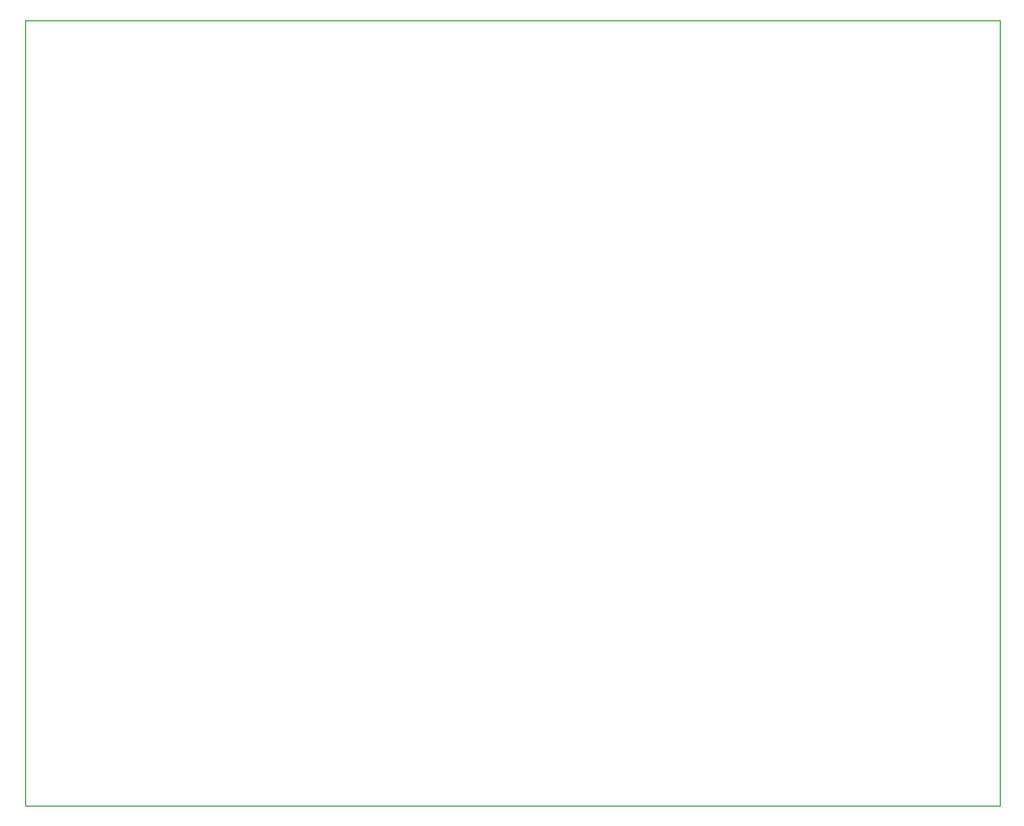
<source format=gbr>
%TF.GenerationSoftware,KiCad,Pcbnew,7.0.5-7.0.5~ubuntu20.04.1*%
%TF.CreationDate,2023-06-19T09:48:11+02:00*%
%TF.ProjectId,nanoRIghtAux,6e616e6f-5249-4676-9874-4175782e6b69,rev?*%
%TF.SameCoordinates,Original*%
%TF.FileFunction,Profile,NP*%
%FSLAX46Y46*%
G04 Gerber Fmt 4.6, Leading zero omitted, Abs format (unit mm)*
G04 Created by KiCad (PCBNEW 7.0.5-7.0.5~ubuntu20.04.1) date 2023-06-19 09:48:11*
%MOMM*%
%LPD*%
G01*
G04 APERTURE LIST*
%TA.AperFunction,Profile*%
%ADD10C,0.100000*%
%TD*%
G04 APERTURE END LIST*
D10*
X135890000Y-60960000D02*
X220980000Y-60960000D01*
X220980000Y-129540000D01*
X135890000Y-129540000D01*
X135890000Y-60960000D01*
M02*

</source>
